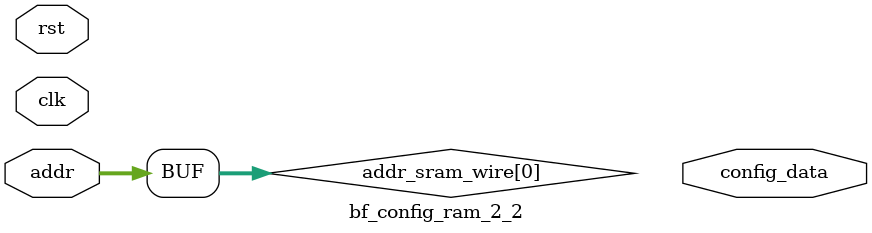
<source format=v>

module bf_config_ram_2_2

# (
    parameter   STAGE_NUM               = 0 ,
                CFG_WIDTH               = 0 , //单级stage的config width
                CFG_DEPTH               = 0 ,
                ADDR_WIDTH              = 0 ,
                PIPED_MASK              = 0 ,
                INIT_FILE               = ""
)

 (
    input  wire                                    clk,
    input  wire                                    rst,
    input  wire [ADDR_WIDTH-1:0]                   addr, 
    // output wire [ADDR_WIDTH-1:0]                   addr_o, 
    // input  wire [7:0]                              sram_sel, 
    // input  wire                                    wr_en,
    // input  wire [CFG_WIDTH-1:0]                    din,
    output wire [STAGE_NUM*CFG_WIDTH-1:0]          config_data
);


reg [ADDR_WIDTH-1:0] addr_sram_reg[0:STAGE_NUM-1] ;
// reg [CFG_WIDTH-1:0]  din_sram_reg[0:STAGE_NUM-1];
// reg [STAGE_NUM-1:0]  wr_en_sram_reg;
// reg [7:0]            sram_sel_sram_reg[0:STAGE_NUM-1];

wire [ADDR_WIDTH-1:0] addr_sram_wire[0:STAGE_NUM-1] ;
// wire [CFG_WIDTH-1:0]  din_sram_wire[0:STAGE_NUM-1];
// wire [STAGE_NUM-1:0]  wr_en_sram_wire;
// wire [7:0]            sram_sel_sram_wire[0:STAGE_NUM-1];

wire [ADDR_WIDTH-1:0] addr_sram[0:STAGE_NUM-1] ;
// wire [CFG_WIDTH-1:0]  din_sram[0:STAGE_NUM-1];
// wire [STAGE_NUM-1:0]  wr_en_sram;
// wire [7:0]            sram_sel_sram[0:STAGE_NUM-1];

integer i;  
always @(posedge clk) begin
    addr_sram_reg [0]       <= addr    ; 
    // din_sram_reg  [0]       <= din     ;
    // wr_en_sram_reg[0]       <= wr_en   ;  
    // sram_sel_sram_reg[0]    <= sram_sel;
    for (i = 1;i<STAGE_NUM ;i=i+1 ) begin
        addr_sram_reg [i]       <= addr_sram [i-1] ; 
        // din_sram_reg  [i]       <= din_sram  [i-1] ;
        // wr_en_sram_reg[i]       <= wr_en_sram[i-1] ;  
        // sram_sel_sram_reg[i]    <= sram_sel_sram[i-1];
    end
end

genvar m;
generate
    assign addr_sram_wire [0]       = addr    ; 
    // assign din_sram_wire  [0]       = din     ;
    // assign wr_en_sram_wire[0]       = wr_en   ;  
    // assign sram_sel_sram_wire[0]    = sram_sel;
    for (m = 1;m<STAGE_NUM ;m=m+1 ) begin
        assign addr_sram_wire [m]       = addr_sram [m-1] ; 
        // assign din_sram_wire  [m]       = din_sram  [m-1] ; 
        // assign wr_en_sram_wire[m]       = wr_en_sram[m-1] ; 
        // assign sram_sel_sram_wire[m]    = sram_sel_sram[m-1];
    end
endgenerate



// genvar p;
// generate
//     for (p = 0; p<STAGE_NUM; p=p+1) begin
//         assign addr_sram[p]     = ( PIPED_MASK[STAGE_NUM-1-p] == 1'b1 )?addr_sram_reg[p] :addr_sram_wire[p]  ;
//         assign din_sram[p]      = ( PIPED_MASK[STAGE_NUM-1-p] == 1'b1 )?din_sram_reg[p]  :din_sram_wire[p]   ;
//         assign wr_en_sram[p]    = ( PIPED_MASK[STAGE_NUM-1-p] == 1'b1 )?wr_en_sram_reg[p]:wr_en_sram_wire[p] ;
//         assign sram_sel_sram[p] = ( PIPED_MASK[STAGE_NUM-1-p] == 1'b1 )?sram_sel_sram_reg[p]:sram_sel_sram_wire[p];
//     end
// endgenerate


genvar p;
generate
    for (p = 0; p<STAGE_NUM; p=p+1) begin
        assign addr_sram[p]     = ( PIPED_MASK[p] == 1'b1 )?addr_sram_reg[p] :addr_sram_wire[p]  ;
        // assign din_sram[p]      = ( PIPED_MASK[p] == 1'b1 )?din_sram_reg[p]  :din_sram_wire[p]   ;
        // assign wr_en_sram[p]    = ( PIPED_MASK[p] == 1'b1 )?wr_en_sram_reg[p]:wr_en_sram_wire[p] ;
        // assign sram_sel_sram[p] = ( PIPED_MASK[p] == 1'b1 )?sram_sel_sram_reg[p]:sram_sel_sram_wire[p];
    end
endgenerate




genvar j;
generate
    for (j=0; j<STAGE_NUM; j=j+1) begin : CFG_SRAM
        
        cfg_ram 
        #(
            .ADDR_WIDTH (ADDR_WIDTH ),
            .DATA_WIDTH (CFG_WIDTH  ),
            // .DATA_DEPTH (CFG_DEPTH  ),
            // .RAM_INDEX  (j  ),
            .INIT_FILE  (INIT_FILE[8192*j +: 8192]  )
        )
        u_cfg_ram(
            .clk      (clk      ),
            .rst      (rst      ),
            .addr     (addr_sram[STAGE_NUM-1-j]     ),
            // .sram_sel (sram_sel_sram[STAGE_NUM-1-j] ),
            // .wr_en    (wr_en_sram[STAGE_NUM-1-j]    ),
            // .din      (din_sram[STAGE_NUM-1-j]      ),
            .dout     (config_data[CFG_WIDTH*j +: CFG_WIDTH]     )
        );

    end
endgenerate


// assign addr_o = addr_sram[STAGE_NUM-1];






endmodule //ibf_config_ram_2_2



// 备份
// genvar j;
// generate
//     for (j=0; j<STAGE_NUM; j=j+1) begin : CFG_SRAM
        
//         cfg_ram 
//         #(
//             .ADDR_WIDTH (ADDR_WIDTH ),
//             .DATA_WIDTH (CFG_WIDTH  ),
//             .DATA_DEPTH (CFG_DEPTH  ),
//             .RAM_INDEX  (j  ),
//             .INIT_FILE  (INIT_FILE[88*j +: 88]  )
//         )
//         u_cfg_ram(
//             .clk      (clk      ),
//             .rst      (rst      ),
//             .addr     (addr_sram[j]     ),
//             .sram_sel (sram_sel_sram[j] ),
//             .wr_en    (wr_en_sram[j]    ),
//             .din      (din_sram[j]      ),
//             .dout     (config_data[CFG_WIDTH*j +: CFG_WIDTH]     )
//         );

//     end
// endgenerate
</source>
